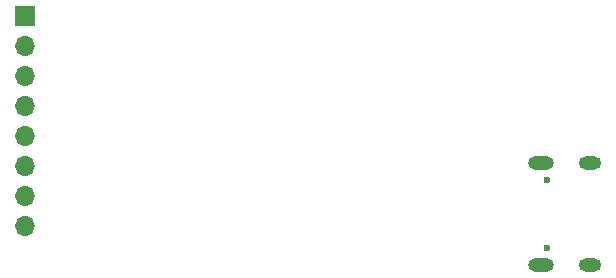
<source format=gbr>
%TF.GenerationSoftware,KiCad,Pcbnew,7.0.9*%
%TF.CreationDate,2024-12-09T18:27:57-04:00*%
%TF.ProjectId,ESP 32 LM,45535020-3332-4204-9c4d-2e6b69636164,rev?*%
%TF.SameCoordinates,Original*%
%TF.FileFunction,Soldermask,Bot*%
%TF.FilePolarity,Negative*%
%FSLAX46Y46*%
G04 Gerber Fmt 4.6, Leading zero omitted, Abs format (unit mm)*
G04 Created by KiCad (PCBNEW 7.0.9) date 2024-12-09 18:27:57*
%MOMM*%
%LPD*%
G01*
G04 APERTURE LIST*
%ADD10O,1.700000X1.700000*%
%ADD11R,1.700000X1.700000*%
%ADD12O,1.904000X1.104000*%
%ADD13O,2.204000X1.104000*%
%ADD14C,0.600000*%
G04 APERTURE END LIST*
D10*
%TO.C,J2*%
X90195000Y-66294000D03*
X90195000Y-63754000D03*
X90195000Y-61214000D03*
X90195000Y-58674000D03*
X90195000Y-56134000D03*
X90195000Y-53594000D03*
X90195000Y-51054000D03*
D11*
X90195000Y-48514000D03*
%TD*%
D12*
%TO.C,J1*%
X138060500Y-60925000D03*
X138060500Y-69575000D03*
D13*
X133890500Y-60925000D03*
X133890500Y-69575000D03*
D14*
X134380500Y-62360000D03*
X134380500Y-68140000D03*
%TD*%
M02*

</source>
